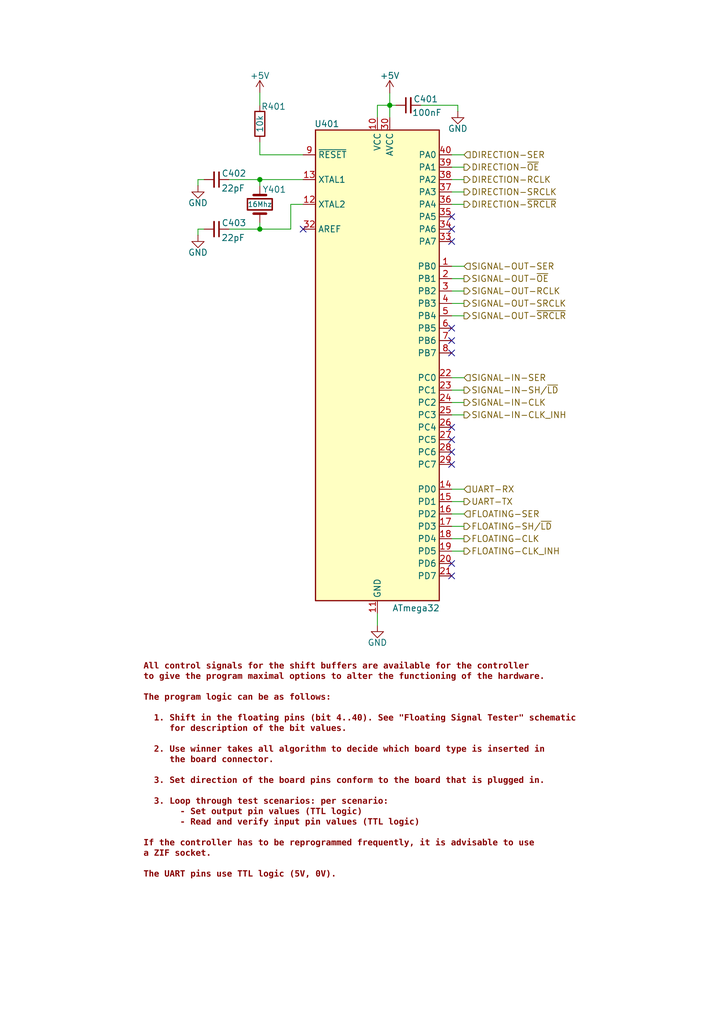
<source format=kicad_sch>
(kicad_sch (version 20250114) (generator "eeschema") (generator_version "9.0")
  (paper "A5" portrait)
  (title_block (title "VersaLogic board tester") (date "2025-08-13") (rev "1.0.alpha") (comment 1 "Copyright (c) 2025 by Filip Pynckels & Robin Pynckels"))
  (lib_symbols
    (symbol "Device:C_Small" (pin_numbers (hide yes)) (pin_names (offset 0.254) (hide yes))
      (property "Reference" "C" (at 0.254 1.778 0))
      (property "Value" "C_Small" (at 0.254 -2.032 0))
      (symbol "C_Small_0_1"
        (polyline (pts (xy -1.524 0.508) (xy 1.524 0.508)) (stroke (width 0.3048)))
        (polyline (pts (xy -1.524 -0.508) (xy 1.524 -0.508)) (stroke (width 0.3302)))
      )
      (symbol "C_Small_1_1"
        (pin passive line (at 0 2.54 270) (length 2.032) (name "~") (number "1"))
        (pin passive line (at 0 -2.54 90) (length 2.032) (name "~") (number "2"))
      )
    )
    (symbol "Device:Crystal" (pin_numbers (hide yes)) (pin_names (offset 1.016) (hide yes))
      (property "Reference" "Y" (at 0 3.81 0))
      (property "Value" "Crystal" (at 0 -3.81 0))
      (symbol "Crystal_0_1"
        (polyline (pts (xy -2.54 0) (xy -1.905 0)))
        (polyline (pts (xy -1.905 -1.27) (xy -1.905 1.27)) (stroke (width 0.508)))
        (rectangle (start -1.143 2.54) (end 1.143 -2.54) (stroke (width 0.3048)))
        (polyline (pts (xy 1.905 -1.27) (xy 1.905 1.27)) (stroke (width 0.508)))
        (polyline (pts (xy 2.54 0) (xy 1.905 0)))
      )
      (symbol "Crystal_1_1"
        (pin passive line (at -3.81 0 0) (length 1.27) (name "1") (number "1"))
        (pin passive line (at 3.81 0 180) (length 1.27) (name "2") (number "2"))
      )
    )
    (symbol "Device:R" (pin_numbers (hide yes)) (pin_names (offset 0))
      (property "Reference" "R" (at 2.032 0 90))
      (property "Value" "R" (at 0 0 90))
      (symbol "R_0_1"
        (rectangle (start -1.016 -2.54) (end 1.016 2.54) (stroke (width 0.254)))
      )
      (symbol "R_1_1"
        (pin passive line (at 0 3.81 270) (length 1.27) (name "~") (number "1"))
        (pin passive line (at 0 -3.81 90) (length 1.27) (name "~") (number "2"))
      )
    )
    (symbol "MCU_Microchip_ATmega:ATmega32-16P"
      (property "Reference" "U" (at -12.7 49.53 0))
      (property "Value" "ATmega32-16P" (at 2.54 -49.53 0))
      (symbol "ATmega32-16P_0_1"
        (rectangle (start -12.7 -48.26) (end 12.7 48.26) (stroke (width 0.254)) (fill (type background)))
      )
      (symbol "ATmega32-16P_1_1"
        (pin input line (at -15.24 43.18 0) (length 2.54) (name "~{RESET}") (number "9"))
        (pin input line (at -15.24 38.1 0) (length 2.54) (name "XTAL1") (number "13"))
        (pin output line (at -15.24 33.02 0) (length 2.54) (name "XTAL2") (number "12"))
        (pin passive line (at -15.24 27.94 0) (length 2.54) (name "AREF") (number "32"))
        (pin power_in line (at 0 50.8 270) (length 2.54) (name "VCC") (number "10"))
        (pin power_in line (at 0 -50.8 90) (length 2.54) (name "GND") (number "11"))
        (pin passive line (at 0 -50.8 90) (length 2.54) (hide yes) (name "GND") (number "31"))
        (pin power_in line (at 2.54 50.8 270) (length 2.54) (name "AVCC") (number "30"))
        (pin bidirectional line (at 15.24 43.18 180) (length 2.54) (name "PA0") (number "40"))
        (pin bidirectional line (at 15.24 40.64 180) (length 2.54) (name "PA1") (number "39"))
        (pin bidirectional line (at 15.24 38.1 180) (length 2.54) (name "PA2") (number "38"))
        (pin bidirectional line (at 15.24 35.56 180) (length 2.54) (name "PA3") (number "37"))
        (pin bidirectional line (at 15.24 33.02 180) (length 2.54) (name "PA4") (number "36"))
        (pin bidirectional line (at 15.24 30.48 180) (length 2.54) (name "PA5") (number "35"))
        (pin bidirectional line (at 15.24 27.94 180) (length 2.54) (name "PA6") (number "34"))
        (pin bidirectional line (at 15.24 25.4 180) (length 2.54) (name "PA7") (number "33"))
        (pin bidirectional line (at 15.24 20.32 180) (length 2.54) (name "PB0") (number "1"))
        (pin bidirectional line (at 15.24 17.78 180) (length 2.54) (name "PB1") (number "2"))
        (pin bidirectional line (at 15.24 15.24 180) (length 2.54) (name "PB2") (number "3"))
        (pin bidirectional line (at 15.24 12.7 180) (length 2.54) (name "PB3") (number "4"))
        (pin bidirectional line (at 15.24 10.16 180) (length 2.54) (name "PB4") (number "5"))
        (pin bidirectional line (at 15.24 7.62 180) (length 2.54) (name "PB5") (number "6"))
        (pin bidirectional line (at 15.24 5.08 180) (length 2.54) (name "PB6") (number "7"))
        (pin bidirectional line (at 15.24 2.54 180) (length 2.54) (name "PB7") (number "8"))
        (pin bidirectional line (at 15.24 -2.54 180) (length 2.54) (name "PC0") (number "22"))
        (pin bidirectional line (at 15.24 -5.08 180) (length 2.54) (name "PC1") (number "23"))
        (pin bidirectional line (at 15.24 -7.62 180) (length 2.54) (name "PC2") (number "24"))
        (pin bidirectional line (at 15.24 -10.16 180) (length 2.54) (name "PC3") (number "25"))
        (pin bidirectional line (at 15.24 -12.7 180) (length 2.54) (name "PC4") (number "26"))
        (pin bidirectional line (at 15.24 -15.24 180) (length 2.54) (name "PC5") (number "27"))
        (pin bidirectional line (at 15.24 -17.78 180) (length 2.54) (name "PC6") (number "28"))
        (pin bidirectional line (at 15.24 -20.32 180) (length 2.54) (name "PC7") (number "29"))
        (pin bidirectional line (at 15.24 -25.4 180) (length 2.54) (name "PD0") (number "14"))
        (pin bidirectional line (at 15.24 -27.94 180) (length 2.54) (name "PD1") (number "15"))
        (pin bidirectional line (at 15.24 -30.48 180) (length 2.54) (name "PD2") (number "16"))
        (pin bidirectional line (at 15.24 -33.02 180) (length 2.54) (name "PD3") (number "17"))
        (pin bidirectional line (at 15.24 -35.56 180) (length 2.54) (name "PD4") (number "18"))
        (pin bidirectional line (at 15.24 -38.1 180) (length 2.54) (name "PD5") (number "19"))
        (pin bidirectional line (at 15.24 -40.64 180) (length 2.54) (name "PD6") (number "20"))
        (pin bidirectional line (at 15.24 -43.18 180) (length 2.54) (name "PD7") (number "21"))
      )
    )
    (symbol "power:+5V" (power) (pin_numbers (hide yes)) (pin_names (offset 0) (hide yes))
      (property "Value" "+5V" (at 0 3.556 0))
      (symbol "+5V_0_1"
        (polyline (pts (xy -0.762 1.27) (xy 0 2.54)))
        (polyline (pts (xy 0 2.54) (xy 0.762 1.27)))
        (polyline (pts (xy 0 0) (xy 0 2.54)))
      )
      (symbol "+5V_1_1"
        (pin power_in line (at 0 0 90) (length 0) (name "~") (number "1"))
      )
    )
    (symbol "power:GND" (power) (pin_numbers (hide yes)) (pin_names (offset 0) (hide yes))
      (property "Value" "GND" (at 0 -3.81 0))
      (symbol "GND_0_1"
        (polyline (pts (xy 0 0) (xy 0 -1.27) (xy 1.27 -1.27) (xy 0 -2.54) (xy -1.27 -1.27) (xy 0 -1.27)))
      )
      (symbol "GND_1_1"
        (pin power_in line (at 0 0 270) (length 0) (name "~") (number "1"))
      )
    )
  )
  (text "All control signals for the shift buffers are available for the controller\nto give the program maximal options to alter the functioning of the hardware.\n\nThe program logic can be as follows:\n\n  1. Shift in the floating pins (bit 4..40). See \"Floating Signal Tester\" schematic\n     for description of the bit values.\n\n  2. Use winner takes all algorithm to decide which board type is inserted in\n     the board connector.\n\n  3. Set direction of the board pins conform to the board that is plugged in.\n\n  3. Loop through test scenarios: per scenario:\n       - Set output pin values (TTL logic)\n       - Read and verify input pin values (TTL logic)\n\nIf the controller has to be reprogrammed frequently, it is advisable to use\na ZIF socket.\n\nThe UART pins use TTL logic (5V, 0V)." (at 29.464 136.398 0) (effects (font (size 1.27 1.27) (thickness 0.254) (bold yes)) (justify left top)))
  (junction (at 53.34 46.99))
  (junction (at 80.01 21.59))
  (junction (at 53.34 36.83))
  (no_connect (at 92.71 46.99))
  (no_connect (at 92.71 72.39))
  (no_connect (at 92.71 44.45))
  (no_connect (at 92.71 90.17))
  (no_connect (at 92.71 69.85))
  (no_connect (at 92.71 115.57))
  (no_connect (at 92.71 95.25))
  (no_connect (at 92.71 92.71))
  (no_connect (at 92.71 67.31))
  (no_connect (at 92.71 87.63))
  (no_connect (at 62.23 46.99))
  (no_connect (at 92.71 49.53))
  (no_connect (at 92.71 118.11))
  (wire (pts (xy 92.71 105.41) (xy 95.25 105.41)))
  (wire (pts (xy 80.01 21.59) (xy 81.28 21.59)))
  (wire (pts (xy 86.36 21.59) (xy 93.98 21.59)))
  (wire (pts (xy 80.01 19.05) (xy 80.01 21.59)))
  (wire (pts (xy 53.34 31.75) (xy 62.23 31.75)))
  (wire (pts (xy 92.71 77.47) (xy 95.25 77.47)))
  (wire (pts (xy 62.23 41.91) (xy 59.69 41.91)))
  (wire (pts (xy 80.01 21.59) (xy 80.01 24.13)))
  (wire (pts (xy 40.64 38.1) (xy 40.64 36.83)))
  (wire (pts (xy 41.91 46.99) (xy 40.64 46.99)))
  (wire (pts (xy 59.69 46.99) (xy 53.34 46.99)))
  (wire (pts (xy 53.34 29.21) (xy 53.34 31.75)))
  (wire (pts (xy 92.71 82.55) (xy 95.25 82.55)))
  (wire (pts (xy 92.71 107.95) (xy 95.25 107.95)))
  (wire (pts (xy 92.71 102.87) (xy 95.25 102.87)))
  (wire (pts (xy 40.64 48.26) (xy 40.64 46.99)))
  (wire (pts (xy 92.71 80.01) (xy 95.25 80.01)))
  (wire (pts (xy 92.71 36.83) (xy 95.25 36.83)))
  (wire (pts (xy 41.91 36.83) (xy 40.64 36.83)))
  (wire (pts (xy 77.47 21.59) (xy 80.01 21.59)))
  (wire (pts (xy 53.34 19.05) (xy 53.34 21.59)))
  (wire (pts (xy 92.71 57.15) (xy 95.25 57.15)))
  (wire (pts (xy 92.71 113.03) (xy 95.25 113.03)))
  (wire (pts (xy 53.34 36.83) (xy 62.23 36.83)))
  (wire (pts (xy 92.71 59.69) (xy 95.25 59.69)))
  (wire (pts (xy 92.71 110.49) (xy 95.25 110.49)))
  (wire (pts (xy 92.71 34.29) (xy 95.25 34.29)))
  (wire (pts (xy 53.34 36.83) (xy 53.34 38.1)))
  (wire (pts (xy 92.71 64.77) (xy 95.25 64.77)))
  (wire (pts (xy 92.71 62.23) (xy 95.25 62.23)))
  (wire (pts (xy 92.71 85.09) (xy 95.25 85.09)))
  (wire (pts (xy 92.71 54.61) (xy 95.25 54.61)))
  (wire (pts (xy 53.34 46.99) (xy 53.34 45.72)))
  (wire (pts (xy 77.47 21.59) (xy 77.47 24.13)))
  (wire (pts (xy 46.99 46.99) (xy 53.34 46.99)))
  (wire (pts (xy 92.71 100.33) (xy 95.25 100.33)))
  (wire (pts (xy 92.71 39.37) (xy 95.25 39.37)))
  (wire (pts (xy 92.71 31.75) (xy 95.25 31.75)))
  (wire (pts (xy 77.47 125.73) (xy 77.47 128.27)))
  (wire (pts (xy 92.71 41.91) (xy 95.25 41.91)))
  (wire (pts (xy 93.98 21.59) (xy 93.98 22.86)))
  (wire (pts (xy 59.69 41.91) (xy 59.69 46.99)))
  (wire (pts (xy 46.99 36.83) (xy 53.34 36.83)))
  (hierarchical_label "FLOATING-CLK" (shape output) (at 95.25 110.49 0))
  (hierarchical_label "SIGNAL-IN-CLK" (shape output) (at 95.25 82.55 0))
  (hierarchical_label "DIRECTION-~{OE}" (shape output) (at 95.25 34.29 0))
  (hierarchical_label "SIGNAL-IN-SER" (shape input) (at 95.25 77.47 0))
  (hierarchical_label "DIRECTION-SRCLK" (shape output) (at 95.25 39.37 0))
  (hierarchical_label "DIRECTION-SER" (shape input) (at 95.25 31.75 0))
  (hierarchical_label "SIGNAL-OUT-SRCLK" (shape output) (at 95.25 62.23 0))
  (hierarchical_label "FLOATING-SER" (shape input) (at 95.25 105.41 0))
  (hierarchical_label "DIRECTION-~{SRCLR}" (shape output) (at 95.25 41.91 0))
  (hierarchical_label "FLOATING-CLK_INH" (shape output) (at 95.25 113.03 0))
  (hierarchical_label "UART-TX" (shape output) (at 95.25 102.87 0))
  (hierarchical_label "SIGNAL-OUT-~{OE}" (shape output) (at 95.25 57.15 0))
  (hierarchical_label "SIGNAL-IN-CLK_INH" (shape output) (at 95.25 85.09 0))
  (hierarchical_label "DIRECTION-RCLK" (shape output) (at 95.25 36.83 0))
  (hierarchical_label "UART-RX" (shape input) (at 95.25 100.33 0))
  (hierarchical_label "FLOATING-SH{slash}~{LD}" (shape output) (at 95.25 107.95 0))
  (hierarchical_label "SIGNAL-OUT-~{SRCLR}" (shape output) (at 95.25 64.77 0))
  (hierarchical_label "SIGNAL-OUT-RCLK" (shape output) (at 95.25 59.69 0))
  (hierarchical_label "SIGNAL-IN-SH{slash}~{LD}" (shape output) (at 95.25 80.01 0))
  (hierarchical_label "SIGNAL-OUT-SER" (shape input) (at 95.25 54.61 0))
  (symbol (lib_id "power:GND") (at 77.47 128.27 0) (mirror y) (unit 1)
    (property "Reference" "#PWR0406" (effects (hide yes)))
    (property "Value" "GND" (at 77.47 131.064 0) (effects (justify top)))
    (property "Description" "Power symbol creates a global label with name \"GND\" , ground" (effects (hide yes)))
  )
  (symbol (lib_id "power:GND") (at 40.64 48.26 0) (unit 1)
    (property "Reference" "#PWR0405" (effects (hide yes)))
    (property "Value" "GND" (at 40.64 51.054 0) (effects (justify top)))
    (property "Description" "Power symbol creates a global label with name \"GND\" , ground" (effects (hide yes)))
  )
  (symbol (lib_id "Device:C_Small") (at 44.45 36.83 270) (mirror x) (unit 1)
    (property "Reference" "C402" (at 45.466 35.56 90) (effects (justify left)))
    (property "Value" "22pF" (at 50.292 38.608 90) (effects (justify right)))
    (property "Footprint" "Capacitor_THT:C_Disc_D3.0mm_W1.6mm_P2.50mm" (effects (hide yes)))
    (property "Description" "Unpolarized capacitor, small symbol" (effects (hide yes)))
  )
  (symbol (lib_id "power:GND") (at 93.98 22.86 0) (mirror y) (unit 1)
    (property "Reference" "#PWR0403" (effects (hide yes)))
    (property "Value" "GND" (at 93.98 25.654 0) (effects (justify top)))
    (property "Description" "Power symbol creates a global label with name \"GND\" , ground" (effects (hide yes)))
  )
  (symbol (lib_id "Device:C_Small") (at 44.45 46.99 270) (mirror x) (unit 1)
    (property "Reference" "C403" (at 45.466 45.72 90) (effects (justify left)))
    (property "Value" "22pF" (at 50.292 48.768 90) (effects (justify right)))
    (property "Footprint" "Capacitor_THT:C_Disc_D3.0mm_W1.6mm_P2.50mm" (effects (hide yes)))
    (property "Description" "Unpolarized capacitor, small symbol" (effects (hide yes)))
  )
  (symbol (lib_id "power:GND") (at 40.64 38.1 0) (unit 1)
    (property "Reference" "#PWR0404" (effects (hide yes)))
    (property "Value" "GND" (at 40.64 40.894 0) (effects (justify top)))
    (property "Description" "Power symbol creates a global label with name \"GND\" , ground" (effects (hide yes)))
  )
  (symbol (lib_id "Device:Crystal") (at 53.34 41.91 90) (unit 1)
    (property "Reference" "Y401" (at 53.848 38.862 90) (effects (justify right)))
    (property "Value" "16Mhz" (at 53.34 41.91 90) (effects (font (size 1.016 1.016))))
    (property "Footprint" "Crystal:Crystal_HC49-U_Vertical" (effects (hide yes)))
    (property "Description" "Two pin crystal" (effects (hide yes)))
  )
  (symbol (lib_id "power:+5V") (at 80.01 19.05 0) (mirror y) (unit 1)
    (property "Reference" "#PWR0402" (effects (hide yes)))
    (property "Value" "+5V" (at 80.01 16.256 0) (effects (justify bottom)))
    (property "Description" "Power symbol creates a global label with name \"+5V\"" (effects (hide yes)))
  )
  (symbol (lib_id "power:+5V") (at 53.34 19.05 0) (mirror y) (unit 1)
    (property "Reference" "#PWR0401" (effects (hide yes)))
    (property "Value" "+5V" (at 53.34 16.256 0) (effects (justify bottom)))
    (property "Description" "Power symbol creates a global label with name \"+5V\"" (effects (hide yes)))
  )
  (symbol (lib_id "Device:R") (at 53.34 25.4 0) (unit 1)
    (property "Reference" "R401" (at 53.594 21.844 0) (effects (justify left)))
    (property "Value" "10k" (at 53.34 25.4 90))
    (property "Footprint" "Resistor_THT:R_Axial_DIN0207_L6.3mm_D2.5mm_P7.62mm_Horizontal" (effects (hide yes)))
    (property "Description" "Resistor" (effects (hide yes)))
  )
  (symbol (lib_id "Device:C_Small") (at 83.82 21.59 90) (unit 1)
    (property "Reference" "C401" (at 84.836 20.32 90) (effects (justify right)))
    (property "Value" "100nF" (at 84.582 23.114 90) (effects (justify right)))
    (property "Footprint" "Capacitor_THT:C_Disc_D5.0mm_W2.5mm_P5.00mm" (effects (hide yes)))
    (property "Description" "Unpolarized capacitor, small symbol" (effects (hide yes)))
  )
  (symbol (lib_id "MCU_Microchip_ATmega:ATmega32-16P") (at 77.47 74.93 0) (unit 1)
    (property "Reference" "U401" (at 64.516 25.4 0) (effects (justify left)))
    (property "Value" "ATmega32" (at 80.518 124.714 0) (effects (justify left)))
    (property "Footprint" "Package_DIP:DIP-40_W15.24mm" (effects (hide yes)))
    (property "Datasheet" "http://ww1.microchip.com/downloads/en/DeviceDoc/doc2503.pdf" (effects (hide yes)))
    (property "Description" "16MHz, 32kB Flash, 2kB SRAM, 1kB EEPROM, JTAG, DIP-40" (effects (hide yes)))
  )
)
</source>
